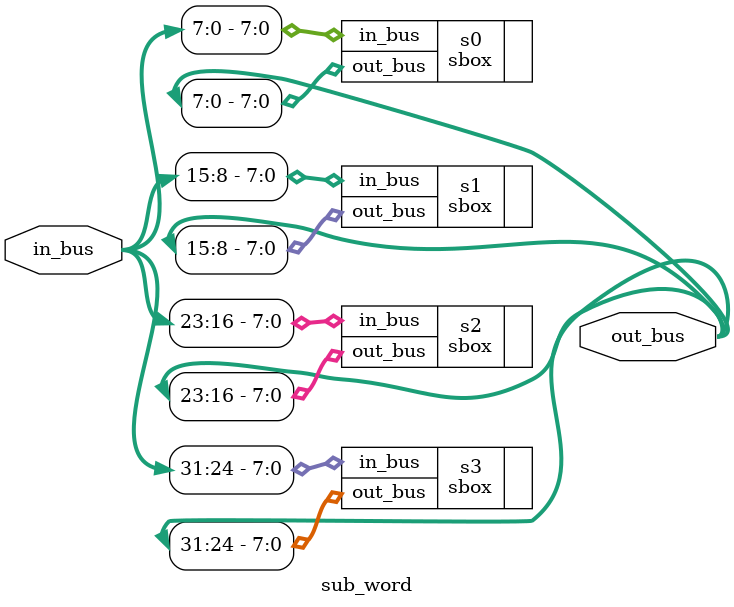
<source format=sv>
`timescale 1ns/1ps

module sub_word (
    input  logic [31:0] in_bus,   // 32-bit input bus
    output logic [31:0] out_bus   // 32-bit output bus
);

    sbox s0(.in_bus(in_bus[7:0]),   .out_bus(out_bus[7:0]));
    sbox s1(.in_bus(in_bus[15:8]),  .out_bus(out_bus[15:8]));
    sbox s2(.in_bus(in_bus[23:16]), .out_bus(out_bus[23:16]));
    sbox s3(.in_bus(in_bus[31:24]), .out_bus(out_bus[31:24]));

endmodule
</source>
